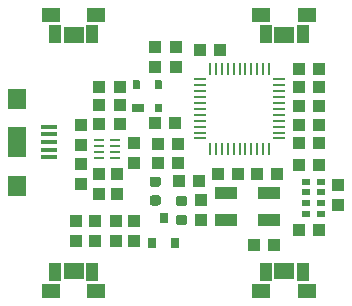
<source format=gbr>
%TF.GenerationSoftware,KiCad,Pcbnew,(5.1.6)-1*%
%TF.CreationDate,2020-11-07T21:38:27+01:00*%
%TF.ProjectId,ArduinoProMicroUSB,41726475-696e-46f5-9072-6f4d6963726f,rev?*%
%TF.SameCoordinates,Original*%
%TF.FileFunction,Paste,Top*%
%TF.FilePolarity,Positive*%
%FSLAX46Y46*%
G04 Gerber Fmt 4.6, Leading zero omitted, Abs format (unit mm)*
G04 Created by KiCad (PCBNEW (5.1.6)-1) date 2020-11-07 21:38:27*
%MOMM*%
%LPD*%
G01*
G04 APERTURE LIST*
%ADD10C,0.010000*%
%ADD11R,1.399540X0.398780*%
%ADD12R,1.498600X2.499360*%
%ADD13R,1.498600X1.798320*%
%ADD14R,0.260000X1.010000*%
%ADD15R,1.010000X0.260000*%
%ADD16R,0.998220X1.099820*%
%ADD17R,0.860000X0.270000*%
%ADD18R,0.800000X0.500000*%
%ADD19R,1.000000X1.500000*%
%ADD20R,1.800000X1.350000*%
%ADD21R,1.570000X1.250000*%
%ADD22R,1.000000X0.700000*%
%ADD23R,0.600000X0.700000*%
%ADD24R,0.797560X0.899160*%
%ADD25R,1.899920X1.099820*%
%ADD26R,1.099820X0.998220*%
G04 APERTURE END LIST*
D10*
%TO.C,D4*%
G36*
X98226150Y-78240100D02*
G01*
X98728300Y-78240100D01*
X98728300Y-78838850D01*
X98226150Y-78838850D01*
X98226150Y-78240100D01*
G37*
X98226150Y-78240100D02*
X98728300Y-78240100D01*
X98728300Y-78838850D01*
X98226150Y-78838850D01*
X98226150Y-78240100D01*
G36*
X100129672Y-78240100D02*
G01*
X100628300Y-78240100D01*
X100628300Y-78838728D01*
X100129672Y-78838728D01*
X100129672Y-78240100D01*
G37*
X100129672Y-78240100D02*
X100628300Y-78240100D01*
X100628300Y-78838728D01*
X100129672Y-78838728D01*
X100129672Y-78240100D01*
G36*
X100129008Y-80240100D02*
G01*
X100628300Y-80240100D01*
X100628300Y-80841420D01*
X100129008Y-80841420D01*
X100129008Y-80240100D01*
G37*
X100129008Y-80240100D02*
X100628300Y-80240100D01*
X100628300Y-80841420D01*
X100129008Y-80841420D01*
X100129008Y-80240100D01*
G36*
X98226250Y-80240100D02*
G01*
X99128300Y-80240100D01*
X99128300Y-80842310D01*
X98226250Y-80842310D01*
X98226250Y-80240100D01*
G37*
X98226250Y-80240100D02*
X99128300Y-80240100D01*
X99128300Y-80842310D01*
X98226250Y-80842310D01*
X98226250Y-80240100D01*
%TD*%
D11*
%TO.C,U3*%
X91152980Y-82141060D03*
D12*
X88455500Y-83439000D03*
D13*
X88455500Y-79761080D03*
X88455500Y-87116920D03*
D11*
X91152980Y-84086700D03*
X91152980Y-84736940D03*
X91152980Y-82791300D03*
X91152980Y-83439000D03*
%TD*%
%TO.C,D2*%
G36*
G01*
X102618250Y-88882060D02*
X102105750Y-88882060D01*
G75*
G02*
X101887000Y-88663310I0J218750D01*
G01*
X101887000Y-88225810D01*
G75*
G02*
X102105750Y-88007060I218750J0D01*
G01*
X102618250Y-88007060D01*
G75*
G02*
X102837000Y-88225810I0J-218750D01*
G01*
X102837000Y-88663310D01*
G75*
G02*
X102618250Y-88882060I-218750J0D01*
G01*
G37*
G36*
G01*
X102618250Y-90457060D02*
X102105750Y-90457060D01*
G75*
G02*
X101887000Y-90238310I0J218750D01*
G01*
X101887000Y-89800810D01*
G75*
G02*
X102105750Y-89582060I218750J0D01*
G01*
X102618250Y-89582060D01*
G75*
G02*
X102837000Y-89800810I0J-218750D01*
G01*
X102837000Y-90238310D01*
G75*
G02*
X102618250Y-90457060I-218750J0D01*
G01*
G37*
%TD*%
%TO.C,D3*%
G36*
G01*
X99880690Y-87937500D02*
X100393190Y-87937500D01*
G75*
G02*
X100611940Y-88156250I0J-218750D01*
G01*
X100611940Y-88593750D01*
G75*
G02*
X100393190Y-88812500I-218750J0D01*
G01*
X99880690Y-88812500D01*
G75*
G02*
X99661940Y-88593750I0J218750D01*
G01*
X99661940Y-88156250D01*
G75*
G02*
X99880690Y-87937500I218750J0D01*
G01*
G37*
G36*
G01*
X99880690Y-86362500D02*
X100393190Y-86362500D01*
G75*
G02*
X100611940Y-86581250I0J-218750D01*
G01*
X100611940Y-87018750D01*
G75*
G02*
X100393190Y-87237500I-218750J0D01*
G01*
X99880690Y-87237500D01*
G75*
G02*
X99661940Y-87018750I0J218750D01*
G01*
X99661940Y-86581250D01*
G75*
G02*
X99880690Y-86362500I218750J0D01*
G01*
G37*
%TD*%
D14*
%TO.C,U5*%
X104776900Y-83992300D03*
X105276900Y-83992300D03*
X105776900Y-83992300D03*
X106276900Y-83992300D03*
X106776900Y-83992300D03*
X107276900Y-83992300D03*
X107776900Y-83992300D03*
X108276900Y-83992300D03*
X108776900Y-83992300D03*
X109276900Y-83992300D03*
X109776900Y-83992300D03*
X109776900Y-77272300D03*
X109276900Y-77272300D03*
X108776900Y-77272300D03*
X108276900Y-77272300D03*
X107776900Y-77272300D03*
X107276900Y-77272300D03*
X106776900Y-77272300D03*
X106276900Y-77272300D03*
X105776900Y-77272300D03*
X105276900Y-77272300D03*
X104776900Y-77272300D03*
D15*
X103916900Y-78132300D03*
X103916900Y-78632300D03*
X103916900Y-79132300D03*
X103916900Y-79632300D03*
X103916900Y-80132300D03*
X103916900Y-80632300D03*
X103916900Y-81132300D03*
X103916900Y-81632300D03*
X103916900Y-82132300D03*
X103916900Y-82632300D03*
X103916900Y-83132300D03*
X110636900Y-83132300D03*
X110636900Y-82632300D03*
X110636900Y-82132300D03*
X110636900Y-81632300D03*
X110636900Y-81132300D03*
X110636900Y-80632300D03*
X110636900Y-80132300D03*
X110636900Y-79632300D03*
X110636900Y-79132300D03*
X110636900Y-78632300D03*
X110636900Y-78132300D03*
%TD*%
D16*
%TO.C,C9*%
X100076000Y-75402440D03*
X100076000Y-77099160D03*
%TD*%
D17*
%TO.C,U4*%
X95390500Y-83260500D03*
X95390500Y-83760500D03*
X95390500Y-84260500D03*
X95390500Y-84760500D03*
X96760500Y-84760500D03*
X96760500Y-84260500D03*
X96760500Y-83760500D03*
X96760500Y-83260500D03*
%TD*%
D18*
%TO.C,U1*%
X112938000Y-86788000D03*
X112938000Y-87688000D03*
X112938000Y-88588000D03*
X112938000Y-89488000D03*
X114138000Y-89488000D03*
X114138000Y-88588000D03*
X114138000Y-87688000D03*
X114138000Y-86788000D03*
%TD*%
D19*
%TO.C,SW1*%
X109511500Y-94398500D03*
X112611500Y-94398500D03*
D20*
X111061500Y-94323500D03*
D21*
X112996500Y-96073500D03*
X109126500Y-96073500D03*
%TD*%
D19*
%TO.C,SW4*%
X112611500Y-74321000D03*
X109511500Y-74321000D03*
D20*
X111061500Y-74396000D03*
D21*
X109126500Y-72646000D03*
X112996500Y-72646000D03*
%TD*%
D19*
%TO.C,SW2*%
X94768000Y-74321000D03*
X91668000Y-74321000D03*
D20*
X93218000Y-74396000D03*
D21*
X91283000Y-72646000D03*
X95153000Y-72646000D03*
%TD*%
D22*
%TO.C,D4*%
X98678300Y-80540100D03*
D23*
X100378300Y-80540100D03*
X100378300Y-78540100D03*
X98478300Y-78540100D03*
%TD*%
D24*
%TO.C,Q1*%
X100838000Y-89895680D03*
X101787960Y-91993720D03*
X99888040Y-91993720D03*
%TD*%
D25*
%TO.C,Y1*%
X106100880Y-87751920D03*
X109799120Y-87751920D03*
X109799120Y-90048080D03*
X106100880Y-90048080D03*
%TD*%
D19*
%TO.C,SW3*%
X91668000Y-94398500D03*
X94768000Y-94398500D03*
D20*
X93218000Y-94323500D03*
D21*
X95153000Y-96073500D03*
X91283000Y-96073500D03*
%TD*%
D26*
%TO.C,C1*%
X112341580Y-90868500D03*
X114038300Y-90868500D03*
%TD*%
%TO.C,C2*%
X108498640Y-92138500D03*
X110195360Y-92138500D03*
%TD*%
%TO.C,C5*%
X110449360Y-86106000D03*
X108752640Y-86106000D03*
%TD*%
%TO.C,C6*%
X105450640Y-86106000D03*
X107147360Y-86106000D03*
%TD*%
D16*
%TO.C,C7*%
X93408500Y-91843860D03*
X93408500Y-90147140D03*
%TD*%
D26*
%TO.C,C10*%
X105623360Y-75628500D03*
X103926640Y-75628500D03*
%TD*%
%TO.C,C11*%
X101813360Y-81851500D03*
X100116640Y-81851500D03*
%TD*%
%TO.C,C12*%
X100396040Y-83591400D03*
X102092760Y-83591400D03*
%TD*%
%TO.C,C14*%
X114005360Y-83502500D03*
X112308640Y-83502500D03*
%TD*%
%TO.C,C15*%
X114005360Y-81978500D03*
X112308640Y-81978500D03*
%TD*%
%TO.C,C16*%
X114005360Y-77216000D03*
X112308640Y-77216000D03*
%TD*%
D16*
%TO.C,C17*%
X93853000Y-81965800D03*
X93853000Y-83662520D03*
%TD*%
D26*
%TO.C,C18*%
X95417640Y-81915000D03*
X97114360Y-81915000D03*
%TD*%
D16*
%TO.C,L1*%
X98374200Y-83479640D03*
X98374200Y-85176360D03*
%TD*%
%TO.C,R1*%
X94996000Y-90134440D03*
X94996000Y-91831160D03*
%TD*%
%TO.C,R2*%
X93853000Y-86954360D03*
X93853000Y-85257640D03*
%TD*%
%TO.C,R3*%
X96774000Y-90147140D03*
X96774000Y-91843860D03*
%TD*%
D26*
%TO.C,R4*%
X102174040Y-86766400D03*
X103870760Y-86766400D03*
%TD*%
%TO.C,R5*%
X95417640Y-78778100D03*
X97114360Y-78778100D03*
%TD*%
D16*
%TO.C,R6*%
X104013000Y-88305640D03*
X104013000Y-90002360D03*
%TD*%
D26*
%TO.C,R7*%
X95417640Y-80340200D03*
X97114360Y-80340200D03*
%TD*%
D16*
%TO.C,R8*%
X98361500Y-90147140D03*
X98361500Y-91843860D03*
%TD*%
%TO.C,R9*%
X115633500Y-87037700D03*
X115633500Y-88734420D03*
%TD*%
%TO.C,R10*%
X95366840Y-86146640D03*
X95366840Y-87843360D03*
%TD*%
D26*
%TO.C,R11*%
X100396040Y-85217000D03*
X102092760Y-85217000D03*
%TD*%
D16*
%TO.C,R12*%
X101854000Y-77099160D03*
X101854000Y-75402440D03*
%TD*%
D26*
%TO.C,R13*%
X112308640Y-85344000D03*
X114005360Y-85344000D03*
%TD*%
%TO.C,R14*%
X112308640Y-80391000D03*
X114005360Y-80391000D03*
%TD*%
%TO.C,R15*%
X112308640Y-78803500D03*
X114005360Y-78803500D03*
%TD*%
D16*
%TO.C,R16*%
X96875600Y-87817960D03*
X96875600Y-86121240D03*
%TD*%
M02*

</source>
